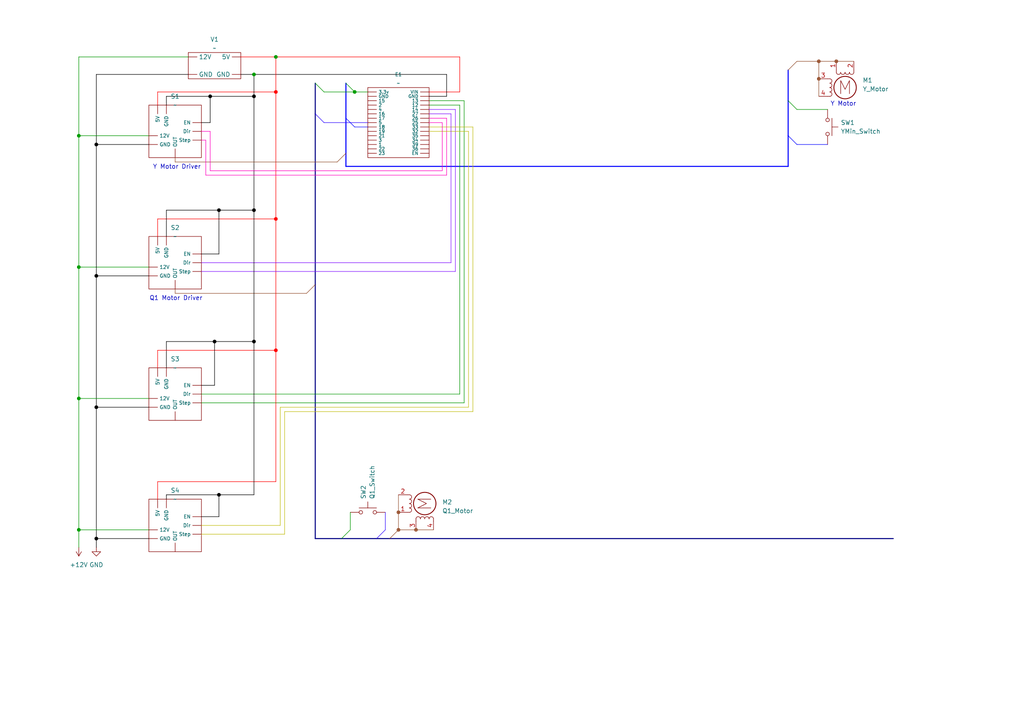
<source format=kicad_sch>
(kicad_sch (version 20250114) (generator "eeschema") (generator_version "9.0")
  (paper "A4")
  (title_block (title "ENR 450 Robot Arm Circuit Diagram") (date "2025-03-13") (rev "1") (company "Jonathan Ganzer"))
  (lib_symbols
    (symbol "A4988_Breakout_Board_1"
      (property "Reference" "S" (at 0 0 0))
      (symbol "A4988_Breakout_Board_1_0_1"
        (rectangle (start -7.62 7.62) (end 7.62 -7.62))
      )
      (symbol "A4988_Breakout_Board_1_1_1"
        (pin power_in line (at -7.62 -1.27 0) (length 2.54) (name "12V") (number ""))
        (pin power_in line (at -7.62 -3.81 0) (length 2.54) (name "GND") (number ""))
        (pin power_in line (at -5.08 7.62 270) (length 2.54) (name "5V") (number ""))
        (pin power_in line (at -2.54 7.62 270) (length 2.54) (name "GND") (number ""))
        (pin output line (at 0 -7.62 90) (length 2.54) (name "OUT") (number ""))
        (pin input line (at 7.62 2.54 180) (length 2.54) (name "EN") (number ""))
        (pin input line (at 7.62 0 180) (length 2.54) (name "Dir") (number ""))
        (pin input line (at 7.62 -2.54 180) (length 2.54) (name "Step") (number ""))
      )
    )
    (symbol "A4988_Breakout_Board_2"
      (property "Reference" "S" (at 0 0 0))
      (symbol "A4988_Breakout_Board_2_0_1"
        (rectangle (start -7.62 7.62) (end 7.62 -7.62))
      )
      (symbol "A4988_Breakout_Board_2_1_1"
        (pin power_in line (at -7.62 -1.27 0) (length 2.54) (name "12V") (number ""))
        (pin power_in line (at -7.62 -3.81 0) (length 2.54) (name "GND") (number ""))
        (pin power_in line (at -5.08 7.62 270) (length 2.54) (name "5V") (number ""))
        (pin power_in line (at -2.54 7.62 270) (length 2.54) (name "GND") (number ""))
        (pin output line (at 0 -7.62 90) (length 2.54) (name "OUT") (number ""))
        (pin input line (at 7.62 2.54 180) (length 2.54) (name "EN") (number ""))
        (pin input line (at 7.62 0 180) (length 2.54) (name "Dir") (number ""))
        (pin input line (at 7.62 -2.54 180) (length 2.54) (name "Step") (number ""))
      )
    )
    (symbol "A4988_Breakout_Board_3"
      (property "Reference" "S" (at 0 0 0))
      (symbol "A4988_Breakout_Board_3_0_1"
        (rectangle (start -7.62 7.62) (end 7.62 -7.62))
      )
      (symbol "A4988_Breakout_Board_3_1_1"
        (pin power_in line (at -7.62 -1.27 0) (length 2.54) (name "12V") (number ""))
        (pin power_in line (at -7.62 -3.81 0) (length 2.54) (name "GND") (number ""))
        (pin power_in line (at -5.08 7.62 270) (length 2.54) (name "5V") (number ""))
        (pin power_in line (at -2.54 7.62 270) (length 2.54) (name "GND") (number ""))
        (pin output line (at 0 -7.62 90) (length 2.54) (name "OUT") (number ""))
        (pin input line (at 7.62 2.54 180) (length 2.54) (name "EN") (number ""))
        (pin input line (at 7.62 0 180) (length 2.54) (name "Dir") (number ""))
        (pin input line (at 7.62 -2.54 180) (length 2.54) (name "Step") (number ""))
      )
    )
    (symbol "Motor:Stepper_Motor_bipolar" (pin_names (offset 0) (hide yes))
      (property "Reference" "M" (at 3.81 2.54 0))
      (property "Value" "Stepper_Motor_bipolar" (at 3.81 1.27 0))
      (symbol "Stepper_Motor_bipolar_0_0"
        (polyline (pts (xy -1.27 -1.778) (xy -1.27 2.032) (xy 0 -0.508) (xy 1.27 2.032) (xy 1.27 -1.778)))
      )
      (symbol "Stepper_Motor_bipolar_0_1"
        (polyline (pts (xy -5.08 2.54) (xy -4.445 2.54)))
        (polyline (pts (xy -5.08 -2.54) (xy -4.445 -2.54)))
        (arc (start -4.445 2.54) (mid -3.8127 1.905) (end -4.445 1.27))
        (arc (start -4.445 1.27) (mid -3.8127 0.635) (end -4.445 0))
        (arc (start -4.445 0) (mid -3.8127 -0.635) (end -4.445 -1.27))
        (arc (start -4.445 -1.27) (mid -3.8127 -1.905) (end -4.445 -2.54))
        (polyline (pts (xy -2.54 5.08) (xy -2.54 4.445)))
        (arc (start -1.27 4.445) (mid -1.905 3.8127) (end -2.54 4.445))
        (arc (start 0 4.445) (mid -0.635 3.8127) (end -1.27 4.445))
        (circle (center 0 0) (radius 3.2512) (stroke (width 0.254)))
        (arc (start 1.27 4.445) (mid 0.635 3.8127) (end 0 4.445))
        (arc (start 2.54 4.445) (mid 1.905 3.8127) (end 1.27 4.445))
        (polyline (pts (xy 2.54 5.08) (xy 2.54 4.445)))
      )
      (symbol "Stepper_Motor_bipolar_1_1"
        (pin passive line (at -7.62 2.54 0) (length 2.54) (name "~") (number "3"))
        (pin passive line (at -7.62 -2.54 0) (length 2.54) (name "~") (number "4"))
        (pin passive line (at -2.54 7.62 270) (length 2.54) (name "~") (number "1"))
        (pin passive line (at 2.54 7.62 270) (length 2.54) (name "-") (number "2"))
      )
    )
    (symbol "New_Library:A4988_Breakout_Board"
      (property "Reference" "S" (at 0 0 0))
      (symbol "A4988_Breakout_Board_0_1"
        (rectangle (start -7.62 7.62) (end 7.62 -7.62))
      )
      (symbol "A4988_Breakout_Board_1_1"
        (pin power_in line (at -7.62 -1.27 0) (length 2.54) (name "12V") (number ""))
        (pin power_in line (at -7.62 -3.81 0) (length 2.54) (name "GND") (number ""))
        (pin power_in line (at -5.08 7.62 270) (length 2.54) (name "5V") (number ""))
        (pin power_in line (at -2.54 7.62 270) (length 2.54) (name "GND") (number ""))
        (pin output line (at 0 -7.62 90) (length 2.54) (name "OUT") (number ""))
        (pin input line (at 7.62 2.54 180) (length 2.54) (name "EN") (number ""))
        (pin input line (at 7.62 0 180) (length 2.54) (name "Dir") (number ""))
        (pin input line (at 7.62 -2.54 180) (length 2.54) (name "Step") (number ""))
      )
    )
    (symbol "New_Library:Buck_Convertor"
      (property "Reference" "V" (at 0 0 0))
      (symbol "Buck_Convertor_0_1"
        (rectangle (start -7.62 3.81) (end 7.62 -3.81))
      )
      (symbol "Buck_Convertor_1_1"
        (pin power_in line (at -7.62 2.54 0) (length 2.54) (name "12V") (number ""))
        (pin power_in line (at -7.62 -2.54 0) (length 2.54) (name "GND") (number ""))
        (pin power_out line (at 7.62 2.54 180) (length 2.54) (name "5V") (number ""))
        (pin power_out line (at 7.62 -2.54 180) (length 2.54) (name "GND") (number ""))
      )
    )
    (symbol "New_Library:ESP32-DevKit"
      (property "Reference" "E" (at 0 0 0))
      (symbol "ESP32-DevKit_0_1"
        (rectangle (start -8.89 8.89) (end 8.89 -11.43))
      )
      (symbol "ESP32-DevKit_1_1"
        (pin input line (at -8.89 7.62 0) (length 2.54) (name "EN") (number ""))
        (pin input line (at -8.89 6.35 0) (length 2.54) (name "36") (number ""))
        (pin input line (at -8.89 5.08 0) (length 2.54) (name "39") (number ""))
        (pin input line (at -8.89 3.81 0) (length 2.54) (name "34") (number ""))
        (pin input line (at -8.89 2.54 0) (length 2.54) (name "35") (number ""))
        (pin input line (at -8.89 1.27 0) (length 2.54) (name "32") (number ""))
        (pin input line (at -8.89 0 0) (length 2.54) (name "33") (number ""))
        (pin input line (at -8.89 -1.27 0) (length 2.54) (name "25") (number ""))
        (pin input line (at -8.89 -2.54 0) (length 2.54) (name "26") (number ""))
        (pin input line (at -8.89 -3.81 0) (length 2.54) (name "27") (number ""))
        (pin input line (at -8.89 -5.08 0) (length 2.54) (name "14") (number ""))
        (pin input line (at -8.89 -6.35 0) (length 2.54) (name "12") (number ""))
        (pin input line (at -8.89 -7.62 0) (length 2.54) (name "13") (number ""))
        (pin input line (at -8.89 -8.89 0) (length 2.54) (name "GND") (number ""))
        (pin input line (at -8.89 -10.16 0) (length 2.54) (name "VIN") (number ""))
        (pin input line (at 8.89 7.62 180) (length 2.54) (name "23") (number ""))
        (pin input line (at 8.89 6.35 180) (length 2.54) (name "22") (number ""))
        (pin input line (at 8.89 5.08 180) (length 2.54) (name "1") (number ""))
        (pin input line (at 8.89 3.81 180) (length 2.54) (name "3") (number ""))
        (pin input line (at 8.89 2.54 180) (length 2.54) (name "21") (number ""))
        (pin input line (at 8.89 1.27 180) (length 2.54) (name "19") (number ""))
        (pin input line (at 8.89 0 180) (length 2.54) (name "18") (number ""))
        (pin input line (at 8.89 -1.27 180) (length 2.54) (name "5") (number ""))
        (pin input line (at 8.89 -2.54 180) (length 2.54) (name "17") (number ""))
        (pin input line (at 8.89 -3.81 180) (length 2.54) (name "16") (number ""))
        (pin input line (at 8.89 -5.08 180) (length 2.54) (name "4") (number ""))
        (pin input line (at 8.89 -6.35 180) (length 2.54) (name "2") (number ""))
        (pin input line (at 8.89 -7.62 180) (length 2.54) (name "15") (number ""))
        (pin input line (at 8.89 -8.89 180) (length 2.54) (name "GND") (number ""))
        (pin input line (at 8.89 -10.16 180) (length 2.54) (name "3.3v") (number ""))
      )
    )
    (symbol "Switch:SW_Push" (pin_numbers (hide yes)) (pin_names (offset 1.016) (hide yes))
      (property "Reference" "SW" (at 1.27 2.54 0))
      (property "Value" "SW_Push" (at 0 -1.524 0))
      (symbol "SW_Push_0_1"
        (circle (center -2.032 0) (radius 0.508))
        (polyline (pts (xy 0 1.27) (xy 0 3.048)))
        (circle (center 2.032 0) (radius 0.508))
        (polyline (pts (xy 2.54 1.27) (xy -2.54 1.27)))
        (pin passive line (at -5.08 0 0) (length 2.54) (name "1") (number "1"))
        (pin passive line (at 5.08 0 180) (length 2.54) (name "2") (number "2"))
      )
    )
    (symbol "power:+12V" (power) (pin_numbers (hide yes)) (pin_names (offset 0) (hide yes))
      (property "Value" "+12V" (at 0 3.556 0))
      (symbol "+12V_0_1"
        (polyline (pts (xy -0.762 1.27) (xy 0 2.54)))
        (polyline (pts (xy 0 2.54) (xy 0.762 1.27)))
        (polyline (pts (xy 0 0) (xy 0 2.54)))
      )
      (symbol "+12V_1_1"
        (pin power_in line (at 0 0 90) (length 0) (name "~") (number "1"))
      )
    )
    (symbol "power:GND" (power) (pin_numbers (hide yes)) (pin_names (offset 0) (hide yes))
      (property "Value" "GND" (at 0 -3.81 0))
      (symbol "GND_0_1"
        (polyline (pts (xy 0 0) (xy 0 -1.27) (xy 1.27 -1.27) (xy 0 -2.54) (xy -1.27 -1.27) (xy 0 -1.27)))
      )
      (symbol "GND_1_1"
        (pin power_in line (at 0 0 270) (length 0) (name "~") (number "1"))
      )
    )
  )
  (text "Y Motor" (at 244.602 30.226 0) (effects (font (size 1.27 1.27))))
  (text "Y Motor Driver" (at 51.308 48.514 0) (effects (font (size 1.27 1.27))))
  (text "Q1 Motor Driver" (at 51.054 86.614 0) (effects (font (size 1.27 1.27))))
  (junction (at 73.66 27.94) (color 0 0 0 1))
  (junction (at 115.57 153.67) (color 149 82 50 1))
  (junction (at 63.5 143.51) (color 0 0 0 1))
  (junction (at 73.66 60.96) (color 0 0 0 1))
  (junction (at 22.86 115.57))
  (junction (at 27.94 118.11) (color 0 0 0 1))
  (junction (at 22.86 77.47))
  (junction (at 80.01 26.67) (color 255 0 0 1))
  (junction (at 102.87 26.67))
  (junction (at 27.94 41.91) (color 0 0 0 1))
  (junction (at 237.49 17.78) (color 149 82 50 1))
  (junction (at 115.57 148.59) (color 149 82 50 1))
  (junction (at 60.96 27.94) (color 0 0 0 1))
  (junction (at 80.01 101.6) (color 255 0 0 1))
  (junction (at 80.01 16.51))
  (junction (at 62.23 99.06) (color 0 0 0 1))
  (junction (at 22.86 39.37))
  (junction (at 120.65 153.67) (color 149 82 50 1))
  (junction (at 73.66 99.06) (color 0 0 0 1))
  (junction (at 73.66 21.59))
  (junction (at 27.94 80.01) (color 0 0 0 1))
  (junction (at 63.5 60.96) (color 0 0 0 1))
  (junction (at 22.86 153.67))
  (junction (at 80.01 63.5) (color 255 0 0 1))
  (junction (at 242.57 17.78) (color 149 82 50 1))
  (junction (at 27.94 156.21) (color 0 0 0 1))
  (junction (at 237.49 22.86) (color 149 82 50 1))
  (bus_entry (at 100.33 34.29) (size 2.54 2.54) (stroke (width 0) (color 0 0 255 1)))
  (bus_entry (at 100.33 24.13) (size 2.54 2.54))
  (bus_entry (at 231.14 17.78) (size -2.54 2.54) (stroke (width 0) (color 149 82 50 1)))
  (bus_entry (at 91.44 33.02) (size 2.54 2.54) (stroke (width 0) (color 47 10 255 1)))
  (bus_entry (at 91.44 24.13) (size 2.54 2.54))
  (bus_entry (at 88.9 85.09) (size 2.54 -2.54) (stroke (width 0) (color 149 82 50 1)))
  (bus_entry (at 109.22 156.21) (size 2.54 -2.54) (stroke (width 0) (color 47 10 255 1)))
  (bus_entry (at 228.6 29.21) (size 2.54 2.54))
  (bus_entry (at 99.06 156.21) (size 2.54 -2.54))
  (bus_entry (at 113.03 156.21) (size 2.54 -2.54) (stroke (width 0) (color 149 82 50 1)))
  (bus_entry (at 228.6 39.37) (size 2.54 2.54) (stroke (width 0) (color 0 0 255 1)))
  (bus_entry (at 100.33 44.45) (size -2.54 2.54) (stroke (width 0) (color 149 82 50 1)))
  (wire (pts (xy 124.46 36.83) (xy 137.16 36.83)) (stroke (width 0) (color 193 189 18 1)))
  (wire (pts (xy 73.66 99.06) (xy 73.66 143.51)) (stroke (width 0) (color 0 0 0 1)))
  (wire (pts (xy 80.01 139.7) (xy 45.72 139.7)) (stroke (width 0) (color 255 0 0 1)))
  (wire (pts (xy 27.94 41.91) (xy 27.94 80.01)) (stroke (width 0) (color 0 0 0 1)))
  (bus (pts (xy 91.44 24.13) (xy 91.44 33.02)))
  (bus (pts (xy 100.33 44.45) (xy 100.33 48.26)) (stroke (width 0) (color 0 0 255 1)))
  (wire (pts (xy 63.5 60.96) (xy 63.5 73.66)) (stroke (width 0) (color 0 0 0 1)))
  (wire (pts (xy 63.5 149.86) (xy 58.42 149.86)) (stroke (width 0) (color 0 0 0 1)))
  (wire (pts (xy 45.72 101.6) (xy 80.01 101.6)) (stroke (width 0) (color 255 0 0 1)))
  (wire (pts (xy 111.76 148.59) (xy 111.76 153.67)) (stroke (width 0) (color 47 10 255 1)))
  (wire (pts (xy 237.49 17.78) (xy 237.49 22.86)) (stroke (width 0) (color 149 82 50 1)))
  (wire (pts (xy 80.01 63.5) (xy 80.01 26.67)) (stroke (width 0) (color 255 0 0 1)))
  (wire (pts (xy 59.69 50.8) (xy 59.69 40.64)) (stroke (width 0) (color 255 0 191 1)))
  (wire (pts (xy 133.35 30.48) (xy 124.46 30.48)))
  (wire (pts (xy 27.94 41.91) (xy 43.18 41.91)) (stroke (width 0) (color 0 0 0 1)))
  (wire (pts (xy 22.86 16.51) (xy 22.86 39.37)))
  (wire (pts (xy 237.49 17.78) (xy 242.57 17.78)) (stroke (width 0) (color 149 82 50 1)))
  (wire (pts (xy 80.01 101.6) (xy 80.01 63.5)) (stroke (width 0) (color 255 0 0 1)))
  (wire (pts (xy 124.46 31.75) (xy 132.08 31.75)) (stroke (width 0) (color 128 16 255 1)))
  (wire (pts (xy 58.42 111.76) (xy 62.23 111.76)) (stroke (width 0) (color 0 0 0 1)))
  (wire (pts (xy 137.16 36.83) (xy 137.16 119.38)) (stroke (width 0) (color 193 189 18 1)))
  (wire (pts (xy 27.94 158.75) (xy 27.94 156.21)) (stroke (width 0) (color 0 0 0 1)))
  (wire (pts (xy 45.72 30.48) (xy 45.72 26.67)) (stroke (width 0) (color 255 0 0 1)))
  (wire (pts (xy 50.8 45.72) (xy 50.8 46.99)) (stroke (width 0) (color 149 82 50 1)))
  (bus (pts (xy 109.22 156.21) (xy 113.03 156.21)))
  (wire (pts (xy 102.87 26.67) (xy 106.68 26.67)))
  (wire (pts (xy 60.96 38.1) (xy 58.42 38.1)) (stroke (width 0) (color 255 0 191 1)))
  (wire (pts (xy 129.54 34.29) (xy 129.54 50.8)) (stroke (width 0) (color 255 0 187 1)))
  (wire (pts (xy 43.18 115.57) (xy 22.86 115.57)))
  (wire (pts (xy 129.54 27.94) (xy 124.46 27.94)) (stroke (width 0) (color 0 0 0 1)))
  (wire (pts (xy 27.94 118.11) (xy 43.18 118.11)) (stroke (width 0) (color 0 0 0 1)))
  (wire (pts (xy 231.14 31.75) (xy 240.03 31.75)))
  (wire (pts (xy 27.94 118.11) (xy 27.94 156.21)) (stroke (width 0) (color 0 0 0 1)))
  (wire (pts (xy 132.08 31.75) (xy 132.08 78.74)) (stroke (width 0) (color 128 16 255 1)))
  (wire (pts (xy 48.26 60.96) (xy 48.26 68.58)) (stroke (width 0) (color 0 0 0 1)))
  (bus (pts (xy 228.6 20.32) (xy 228.6 29.21)) (stroke (width 0) (color 0 0 255 1)))
  (bus (pts (xy 100.33 48.26) (xy 228.6 48.26)) (stroke (width 0) (color 0 0 255 1)))
  (wire (pts (xy 27.94 21.59) (xy 54.61 21.59)) (stroke (width 0) (color 0 0 0 1)))
  (wire (pts (xy 73.66 21.59) (xy 73.66 27.94)) (stroke (width 0) (color 0 0 0 1)))
  (wire (pts (xy 58.42 76.2) (xy 130.81 76.2)) (stroke (width 0) (color 128 16 255 1)))
  (wire (pts (xy 133.35 26.67) (xy 124.46 26.67)) (stroke (width 0) (color 255 0 0 1)))
  (wire (pts (xy 80.01 16.51) (xy 69.85 16.51)) (stroke (width 0) (color 255 0 0 1)))
  (wire (pts (xy 115.57 143.51) (xy 115.57 148.59)) (stroke (width 0) (color 149 82 50 1)))
  (wire (pts (xy 82.55 154.94) (xy 58.42 154.94)) (stroke (width 0) (color 193 189 18 1)))
  (wire (pts (xy 73.66 60.96) (xy 63.5 60.96)) (stroke (width 0) (color 0 0 0 1)))
  (wire (pts (xy 124.46 33.02) (xy 130.81 33.02)) (stroke (width 0) (color 128 16 255 1)))
  (wire (pts (xy 62.23 99.06) (xy 62.23 111.76)) (stroke (width 0) (color 0 0 0 1)))
  (wire (pts (xy 43.18 153.67) (xy 22.86 153.67)))
  (wire (pts (xy 133.35 16.51) (xy 133.35 26.67)) (stroke (width 0) (color 255 0 0 1)))
  (wire (pts (xy 58.42 114.3) (xy 133.35 114.3)))
  (wire (pts (xy 137.16 119.38) (xy 82.55 119.38)) (stroke (width 0) (color 193 189 18 1)))
  (bus (pts (xy 99.06 156.21) (xy 109.22 156.21)))
  (wire (pts (xy 130.81 76.2) (xy 130.81 33.02)) (stroke (width 0) (color 128 16 255 1)))
  (wire (pts (xy 101.6 148.59) (xy 101.6 153.67)))
  (wire (pts (xy 50.8 85.09) (xy 88.9 85.09)) (stroke (width 0) (color 149 82 50 1)))
  (wire (pts (xy 63.5 143.51) (xy 63.5 149.86)) (stroke (width 0) (color 0 0 0 1)))
  (wire (pts (xy 22.86 115.57) (xy 22.86 77.47)))
  (wire (pts (xy 73.66 27.94) (xy 73.66 60.96)) (stroke (width 0) (color 0 0 0 1)))
  (wire (pts (xy 73.66 99.06) (xy 73.66 60.96)) (stroke (width 0) (color 0 0 0 1)))
  (wire (pts (xy 73.66 21.59) (xy 129.54 21.59)) (stroke (width 0) (color 0 0 0 1)))
  (wire (pts (xy 135.89 118.11) (xy 135.89 38.1)) (stroke (width 0) (color 193 189 18 1)))
  (bus (pts (xy 100.33 24.13) (xy 100.33 34.29)) (stroke (width 0) (color 0 0 255 1)))
  (wire (pts (xy 48.26 143.51) (xy 48.26 144.78)) (stroke (width 0) (color 0 0 0 1)))
  (wire (pts (xy 93.98 35.56) (xy 106.68 35.56)) (stroke (width 0) (color 47 10 255 1)))
  (wire (pts (xy 242.57 17.78) (xy 247.65 17.78)) (stroke (width 0) (color 149 82 50 1)))
  (bus (pts (xy 91.44 156.21) (xy 99.06 156.21)))
  (wire (pts (xy 115.57 153.67) (xy 120.65 153.67)) (stroke (width 0) (color 149 82 50 1)))
  (bus (pts (xy 228.6 29.21) (xy 228.6 39.37)) (stroke (width 0) (color 0 0 255 1)))
  (wire (pts (xy 22.86 153.67) (xy 22.86 115.57)))
  (wire (pts (xy 48.26 143.51) (xy 63.5 143.51)) (stroke (width 0) (color 0 0 0 1)))
  (wire (pts (xy 45.72 139.7) (xy 45.72 144.78)) (stroke (width 0) (color 255 0 0 1)))
  (wire (pts (xy 27.94 41.91) (xy 27.94 21.59)) (stroke (width 0) (color 0 0 0 1)))
  (wire (pts (xy 63.5 143.51) (xy 73.66 143.51)) (stroke (width 0) (color 0 0 0 1)))
  (wire (pts (xy 124.46 34.29) (xy 129.54 34.29)) (stroke (width 0) (color 255 0 191 1)))
  (bus (pts (xy 100.33 34.29) (xy 100.33 44.45)) (stroke (width 0) (color 0 0 255 1)))
  (wire (pts (xy 45.72 68.58) (xy 45.72 63.5)) (stroke (width 0) (color 255 0 0 1)))
  (wire (pts (xy 22.86 39.37) (xy 43.18 39.37)))
  (wire (pts (xy 129.54 21.59) (xy 129.54 27.94)) (stroke (width 0) (color 0 0 0 1)))
  (wire (pts (xy 22.86 77.47) (xy 43.18 77.47)))
  (wire (pts (xy 54.61 16.51) (xy 22.86 16.51)))
  (wire (pts (xy 80.01 16.51) (xy 133.35 16.51)) (stroke (width 0) (color 255 0 0 1)))
  (wire (pts (xy 62.23 99.06) (xy 73.66 99.06)) (stroke (width 0) (color 0 0 0 1)))
  (wire (pts (xy 81.28 118.11) (xy 135.89 118.11)) (stroke (width 0) (color 193 189 18 1)))
  (wire (pts (xy 63.5 60.96) (xy 48.26 60.96)) (stroke (width 0) (color 0 0 0 1)))
  (wire (pts (xy 132.08 78.74) (xy 58.42 78.74)) (stroke (width 0) (color 128 16 255 1)))
  (wire (pts (xy 45.72 63.5) (xy 80.01 63.5)) (stroke (width 0) (color 255 0 0 1)))
  (wire (pts (xy 48.26 99.06) (xy 62.23 99.06)) (stroke (width 0) (color 0 0 0 1)))
  (wire (pts (xy 50.8 46.99) (xy 97.79 46.99)) (stroke (width 0) (color 149 82 50 1)))
  (wire (pts (xy 134.62 29.21) (xy 134.62 116.84)))
  (wire (pts (xy 135.89 38.1) (xy 124.46 38.1)) (stroke (width 0) (color 193 189 18 1)))
  (wire (pts (xy 43.18 156.21) (xy 27.94 156.21)) (stroke (width 0) (color 0 0 0 1)))
  (wire (pts (xy 27.94 80.01) (xy 43.18 80.01)) (stroke (width 0) (color 0 0 0 1)))
  (bus (pts (xy 228.6 39.37) (xy 228.6 48.26)) (stroke (width 0) (color 0 0 255 1)))
  (wire (pts (xy 93.98 26.67) (xy 102.87 26.67)))
  (wire (pts (xy 58.42 152.4) (xy 81.28 152.4)) (stroke (width 0) (color 193 189 18 1)))
  (wire (pts (xy 124.46 35.56) (xy 128.27 35.56)) (stroke (width 0) (color 255 0 191 1)))
  (wire (pts (xy 82.55 119.38) (xy 82.55 154.94)) (stroke (width 0) (color 193 189 18 1)))
  (wire (pts (xy 60.96 27.94) (xy 60.96 35.56)) (stroke (width 0) (color 0 0 0 1)))
  (wire (pts (xy 120.65 153.67) (xy 125.73 153.67)) (stroke (width 0) (color 149 82 50 1)))
  (wire (pts (xy 59.69 40.64) (xy 58.42 40.64)) (stroke (width 0) (color 255 0 191 1)))
  (wire (pts (xy 128.27 35.56) (xy 128.27 49.53)) (stroke (width 0) (color 255 0 191 1)))
  (wire (pts (xy 115.57 148.59) (xy 115.57 153.67)) (stroke (width 0) (color 149 82 50 1)))
  (wire (pts (xy 102.87 36.83) (xy 106.68 36.83)) (stroke (width 0) (color 0 0 255 1)))
  (wire (pts (xy 48.26 106.68) (xy 48.26 99.06)) (stroke (width 0) (color 0 0 0 1)))
  (bus (pts (xy 91.44 82.55) (xy 91.44 156.21)))
  (wire (pts (xy 48.26 30.48) (xy 48.26 27.94)) (stroke (width 0) (color 0 0 0 1)))
  (wire (pts (xy 22.86 39.37) (xy 22.86 77.47)))
  (wire (pts (xy 231.14 17.78) (xy 237.49 17.78)) (stroke (width 0) (color 149 82 50 1)))
  (wire (pts (xy 128.27 49.53) (xy 60.96 49.53)) (stroke (width 0) (color 255 0 191 1)))
  (wire (pts (xy 45.72 26.67) (xy 80.01 26.67)) (stroke (width 0) (color 255 0 0 1)))
  (bus (pts (xy 91.44 33.02) (xy 91.44 82.55)))
  (wire (pts (xy 129.54 50.8) (xy 59.69 50.8)) (stroke (width 0) (color 255 0 191 1)))
  (wire (pts (xy 22.86 158.75) (xy 22.86 153.67)))
  (wire (pts (xy 80.01 101.6) (xy 80.01 139.7)) (stroke (width 0) (color 255 0 0 1)))
  (wire (pts (xy 133.35 114.3) (xy 133.35 30.48)))
  (wire (pts (xy 50.8 83.82) (xy 50.8 85.09)) (stroke (width 0) (color 149 82 50 1)))
  (wire (pts (xy 60.96 38.1) (xy 60.96 49.53)) (stroke (width 0) (color 255 0 191 1)))
  (wire (pts (xy 63.5 73.66) (xy 58.42 73.66)) (stroke (width 0) (color 0 0 0 1)))
  (wire (pts (xy 69.85 21.59) (xy 73.66 21.59)) (stroke (width 0) (color 0 0 0 1)))
  (wire (pts (xy 45.72 106.68) (xy 45.72 101.6)) (stroke (width 0) (color 255 0 0 1)))
  (bus (pts (xy 113.03 156.21) (xy 259.08 156.21)))
  (wire (pts (xy 237.49 22.86) (xy 237.49 27.94)) (stroke (width 0) (color 149 82 50 1)))
  (wire (pts (xy 124.46 29.21) (xy 134.62 29.21)))
  (wire (pts (xy 134.62 116.84) (xy 58.42 116.84)))
  (wire (pts (xy 81.28 152.4) (xy 81.28 118.11)) (stroke (width 0) (color 193 189 18 1)))
  (wire (pts (xy 60.96 35.56) (xy 58.42 35.56)) (stroke (width 0) (color 0 0 0 1)))
  (wire (pts (xy 80.01 26.67) (xy 80.01 16.51)) (stroke (width 0) (color 255 0 0 1)))
  (wire (pts (xy 231.14 41.91) (xy 240.03 41.91)) (stroke (width 0) (color 0 0 255 1)))
  (wire (pts (xy 48.26 27.94) (xy 60.96 27.94)) (stroke (width 0) (color 0 0 0 1)))
  (wire (pts (xy 27.94 80.01) (xy 27.94 118.11)) (stroke (width 0) (color 0 0 0 1)))
  (wire (pts (xy 60.96 27.94) (xy 73.66 27.94)) (stroke (width 0) (color 0 0 0 1)))
  (symbol (lib_id "Motor:Stepper_Motor_bipolar") (at 123.19 146.05 90) (unit 1)
    (property "Reference" "M2" (at 128.27 145.6308 90) (effects (justify right)))
    (property "Value" "Q1_Motor" (at 128.27 148.1708 90) (effects (justify right)))
    (property "Datasheet" "http://www.infineon.com/dgdl/Application-Note-TLE8110EE_driving_UniPolarStepperMotor_V1.1.pdf?fileId=db3a30431be39b97011be5d0aa0a00b0" (effects (hide yes)))
    (property "Description" "4-wire bipolar stepper motor" (effects (hide yes)))
  )
  (symbol (lib_name "A4988_Breakout_Board_2") (lib_id "New_Library:A4988_Breakout_Board") (at 50.8 76.2 0) (unit 1)
    (property "Reference" "S2" (at 50.8 66.04 0))
    (property "Value" "~" (at 50.8 68.58 0))
  )
  (symbol (lib_name "A4988_Breakout_Board_1") (lib_id "New_Library:A4988_Breakout_Board") (at 50.8 38.1 0) (unit 1)
    (property "Reference" "S1" (at 50.8 27.94 0))
    (property "Value" "~" (at 50.8 30.48 0))
  )
  (symbol (lib_id "power:+12V") (at 22.86 158.75 180) (unit 1)
    (property "Reference" "#PWR02" (effects (hide yes)))
    (property "Value" "+12V" (at 22.86 163.83 0))
    (property "Description" "Power symbol creates a global label with name \"+12V\"" (effects (hide yes)))
  )
  (symbol (lib_id "Switch:SW_Push") (at 240.03 36.83 270) (unit 1)
    (property "Reference" "SW1" (at 243.84 35.5599 90) (effects (justify left)))
    (property "Value" "YMin_Switch" (at 243.84 38.0999 90) (effects (justify left)))
    (property "Description" "Push button switch, generic, two pins" (effects (hide yes)))
  )
  (symbol (lib_id "New_Library:Buck_Convertor") (at 62.23 19.05 0) (unit 1)
    (property "Reference" "V1" (at 62.23 11.43 0))
    (property "Value" "~" (at 62.23 13.97 0))
  )
  (symbol (lib_id "New_Library:A4988_Breakout_Board") (at 50.8 114.3 0) (unit 1)
    (property "Reference" "S3" (at 50.8 104.14 0))
    (property "Value" "~" (at 50.8 106.68 0))
  )
  (symbol (lib_id "power:GND") (at 27.94 158.75 0) (unit 1)
    (property "Reference" "#PWR01" (effects (hide yes)))
    (property "Value" "GND" (at 27.94 163.83 0))
    (property "Description" "Power symbol creates a global label with name \"GND\" , ground" (effects (hide yes)))
  )
  (symbol (lib_id "Switch:SW_Push") (at 106.68 148.59 0) (unit 1)
    (property "Reference" "SW2" (at 105.4099 144.78 90) (effects (justify left)))
    (property "Value" "Q1_Switch" (at 107.9499 144.78 90) (effects (justify left)))
    (property "Description" "Push button switch, generic, two pins" (effects (hide yes)))
  )
  (symbol (lib_id "New_Library:ESP32-DevKit") (at 115.57 36.83 180) (unit 1)
    (property "Reference" "E1" (at 115.57 21.59 0) (effects (font (size 1.016 1.016))))
    (property "Value" "~" (at 115.57 24.13 0))
  )
  (symbol (lib_name "A4988_Breakout_Board_3") (lib_id "New_Library:A4988_Breakout_Board") (at 50.8 152.4 0) (unit 1)
    (property "Reference" "S4" (at 50.8 142.24 0))
    (property "Value" "~" (at 50.8 144.78 0))
  )
  (symbol (lib_id "Motor:Stepper_Motor_bipolar") (at 245.11 25.4 0) (unit 1)
    (property "Reference" "M1" (at 250.19 23.279 0) (effects (justify left)))
    (property "Value" "Y_Motor" (at 250.19 25.819 0) (effects (justify left)))
    (property "Datasheet" "http://www.infineon.com/dgdl/Application-Note-TLE8110EE_driving_UniPolarStepperMotor_V1.1.pdf?fileId=db3a30431be39b97011be5d0aa0a00b0" (effects (hide yes)))
    (property "Description" "4-wire bipolar stepper motor" (effects (hide yes)))
  )
)
</source>
